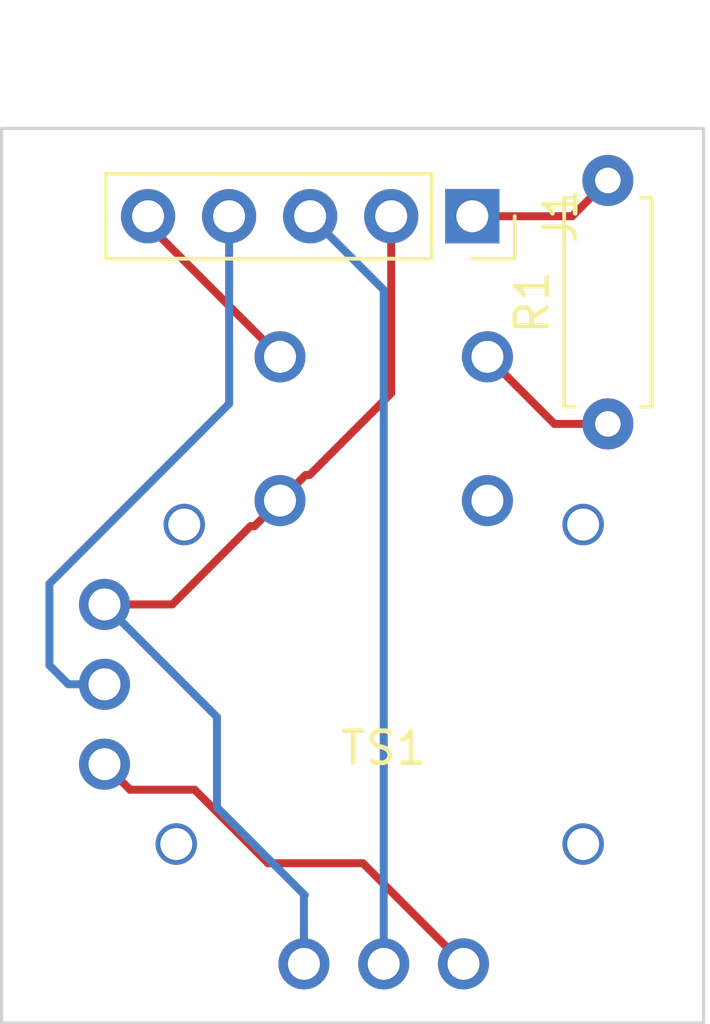
<source format=kicad_pcb>
(kicad_pcb (version 20171130) (host pcbnew 5.0.0)

  (general
    (thickness 1.6)
    (drawings 4)
    (tracks 32)
    (zones 0)
    (modules 3)
    (nets 9)
  )

  (page A4)
  (layers
    (0 F.Cu signal)
    (31 B.Cu signal)
    (32 B.Adhes user hide)
    (33 F.Adhes user hide)
    (34 B.Paste user hide)
    (35 F.Paste user hide)
    (36 B.SilkS user hide)
    (37 F.SilkS user hide)
    (38 B.Mask user hide)
    (39 F.Mask user hide)
    (40 Dwgs.User user)
    (41 Cmts.User user hide)
    (42 Eco1.User user hide)
    (43 Eco2.User user hide)
    (44 Edge.Cuts user)
    (45 Margin user hide)
    (46 B.CrtYd user hide)
    (47 F.CrtYd user)
    (48 B.Fab user)
    (49 F.Fab user)
  )

  (setup
    (last_trace_width 0.25)
    (trace_clearance 0.2)
    (zone_clearance 0.508)
    (zone_45_only no)
    (trace_min 0.2)
    (segment_width 0.2)
    (edge_width 0.1)
    (via_size 0.6)
    (via_drill 0.4)
    (via_min_size 0.4)
    (via_min_drill 0.3)
    (uvia_size 0.3)
    (uvia_drill 0.1)
    (uvias_allowed no)
    (uvia_min_size 0.2)
    (uvia_min_drill 0.1)
    (pcb_text_width 0.3)
    (pcb_text_size 1.5 1.5)
    (mod_edge_width 0.15)
    (mod_text_size 1 1)
    (mod_text_width 0.15)
    (pad_size 1.1 1.1)
    (pad_drill 1.1)
    (pad_to_mask_clearance 0)
    (aux_axis_origin 0 0)
    (visible_elements FFFEFF7F)
    (pcbplotparams
      (layerselection 0x00130_80000001)
      (usegerberextensions true)
      (usegerberattributes false)
      (usegerberadvancedattributes false)
      (creategerberjobfile false)
      (excludeedgelayer true)
      (linewidth 0.100000)
      (plotframeref false)
      (viasonmask false)
      (mode 1)
      (useauxorigin false)
      (hpglpennumber 1)
      (hpglpenspeed 20)
      (hpglpendiameter 15.000000)
      (psnegative false)
      (psa4output false)
      (plotreference true)
      (plotvalue false)
      (plotinvisibletext false)
      (padsonsilk false)
      (subtractmaskfromsilk false)
      (outputformat 1)
      (mirror false)
      (drillshape 0)
      (scaleselection 1)
      (outputdirectory "/home/sam/src/robocock/cad/"))
  )

  (net 0 "")
  (net 1 "Net-(J1-Pad1)")
  (net 2 /V)
  (net 3 /X)
  (net 4 /Y)
  (net 5 /S)
  (net 6 /RG)
  (net 7 "Net-(TS1-PadJ4)")
  (net 8 /G)

  (net_class Default "This is the default net class."
    (clearance 0.2)
    (trace_width 0.25)
    (via_dia 0.6)
    (via_drill 0.4)
    (uvia_dia 0.3)
    (uvia_drill 0.1)
    (add_net /G)
    (add_net /RG)
    (add_net /S)
    (add_net /V)
    (add_net /X)
    (add_net /Y)
    (add_net "Net-(J1-Pad1)")
    (add_net "Net-(TS1-PadJ4)")
  )

  (module joystick:joystick (layer F.Cu) (tedit 5B787111) (tstamp 5B7E8E43)
    (at 131.475001 119.900001)
    (path /5B79096D)
    (fp_text reference TS1 (at 0 2) (layer F.SilkS)
      (effects (font (size 1 1) (thickness 0.15)))
    )
    (fp_text value thumbstick (at 0 1) (layer F.Fab)
      (effects (font (size 1 1) (thickness 0.15)))
    )
    (fp_line (start 4.5075 6.065) (end 4.5075 6.115) (layer Dwgs.User) (width 0.1))
    (fp_line (start 4.5075 6.115) (end 4.5075 6.165) (layer Dwgs.User) (width 0.1))
    (fp_line (start 4.5075 6.165) (end 4.5075 6.215) (layer Dwgs.User) (width 0.1))
    (fp_line (start 4.5075 6.215) (end 4.5075 6.265) (layer Dwgs.User) (width 0.1))
    (fp_line (start 4.5075 6.265) (end 4.5075 6.315) (layer Dwgs.User) (width 0.1))
    (fp_line (start 4.5075 6.315) (end 4.5075 6.365) (layer Dwgs.User) (width 0.1))
    (fp_line (start 4.5075 6.365) (end 4.5075 6.415) (layer Dwgs.User) (width 0.1))
    (fp_line (start 4.5075 6.415) (end 4.5075 6.465) (layer Dwgs.User) (width 0.1))
    (fp_line (start 4.5075 6.465) (end 4.5075 6.515) (layer Dwgs.User) (width 0.1))
    (fp_line (start 4.5075 6.515) (end 4.5075 6.565) (layer Dwgs.User) (width 0.1))
    (fp_line (start 4.5075 6.565) (end 4.5075 6.574902) (layer Dwgs.User) (width 0.1))
    (fp_line (start 5.7 6.575) (end 5.7 6.525) (layer Dwgs.User) (width 0.1))
    (fp_line (start 5.7 6.525) (end 5.7 6.475) (layer Dwgs.User) (width 0.1))
    (fp_line (start 5.7 6.475) (end 5.7 6.425) (layer Dwgs.User) (width 0.1))
    (fp_line (start 5.7 6.425) (end 5.7 6.375) (layer Dwgs.User) (width 0.1))
    (fp_line (start 5.7 6.375) (end 5.7 6.325) (layer Dwgs.User) (width 0.1))
    (fp_line (start 5.7 6.325) (end 5.7 6.275) (layer Dwgs.User) (width 0.1))
    (fp_line (start 5.7 6.275) (end 5.7 6.225) (layer Dwgs.User) (width 0.1))
    (fp_line (start 5.7 6.225) (end 5.7 6.175) (layer Dwgs.User) (width 0.1))
    (fp_line (start 5.7 6.175) (end 5.7 6.125) (layer Dwgs.User) (width 0.1))
    (fp_line (start 5.7 6.125) (end 5.7 6.075) (layer Dwgs.User) (width 0.1))
    (fp_line (start 5.7 6.075) (end 5.7 6.065) (layer Dwgs.User) (width 0.1))
    (fp_line (start -4.5075 6.574902) (end -4.5075 6.524902) (layer Dwgs.User) (width 0.1))
    (fp_line (start -4.5075 6.524902) (end -4.5075 6.474902) (layer Dwgs.User) (width 0.1))
    (fp_line (start -4.5075 6.474902) (end -4.5075 6.424902) (layer Dwgs.User) (width 0.1))
    (fp_line (start -4.5075 6.424902) (end -4.5075 6.374902) (layer Dwgs.User) (width 0.1))
    (fp_line (start -4.5075 6.374902) (end -4.5075 6.324902) (layer Dwgs.User) (width 0.1))
    (fp_line (start -4.5075 6.324902) (end -4.5075 6.274902) (layer Dwgs.User) (width 0.1))
    (fp_line (start -4.5075 6.274902) (end -4.5075 6.224902) (layer Dwgs.User) (width 0.1))
    (fp_line (start -4.5075 6.224902) (end -4.5075 6.174902) (layer Dwgs.User) (width 0.1))
    (fp_line (start -4.5075 6.174902) (end -4.5075 6.124902) (layer Dwgs.User) (width 0.1))
    (fp_line (start -4.5075 6.124902) (end -4.5075 6.074902) (layer Dwgs.User) (width 0.1))
    (fp_line (start -4.5075 6.074902) (end -4.5075 6.065) (layer Dwgs.User) (width 0.1))
    (fp_line (start -5.7 6.065) (end -5.7 6.115) (layer Dwgs.User) (width 0.1))
    (fp_line (start -5.7 6.115) (end -5.7 6.165) (layer Dwgs.User) (width 0.1))
    (fp_line (start -5.7 6.165) (end -5.7 6.215) (layer Dwgs.User) (width 0.1))
    (fp_line (start -5.7 6.215) (end -5.7 6.265) (layer Dwgs.User) (width 0.1))
    (fp_line (start -5.7 6.265) (end -5.7 6.315) (layer Dwgs.User) (width 0.1))
    (fp_line (start -5.7 6.315) (end -5.7 6.365) (layer Dwgs.User) (width 0.1))
    (fp_line (start -5.7 6.365) (end -5.7 6.415) (layer Dwgs.User) (width 0.1))
    (fp_line (start -5.7 6.415) (end -5.7 6.465) (layer Dwgs.User) (width 0.1))
    (fp_line (start -5.7 6.465) (end -5.7 6.515) (layer Dwgs.User) (width 0.1))
    (fp_line (start -5.7 6.515) (end -5.7 6.565) (layer Dwgs.User) (width 0.1))
    (fp_line (start -5.7 6.565) (end -5.7 6.575) (layer Dwgs.User) (width 0.1))
    (fp_line (start -5.7 -6.575) (end -5.7 -6.525) (layer Dwgs.User) (width 0.1))
    (fp_line (start -5.7 -6.525) (end -5.7 -6.475) (layer Dwgs.User) (width 0.1))
    (fp_line (start -5.7 -6.475) (end -5.7 -6.425) (layer Dwgs.User) (width 0.1))
    (fp_line (start -5.7 -6.425) (end -5.7 -6.375) (layer Dwgs.User) (width 0.1))
    (fp_line (start -5.7 -6.375) (end -5.7 -6.325) (layer Dwgs.User) (width 0.1))
    (fp_line (start -5.7 -6.325) (end -5.7 -6.275) (layer Dwgs.User) (width 0.1))
    (fp_line (start -5.7 -6.275) (end -5.7 -6.225) (layer Dwgs.User) (width 0.1))
    (fp_line (start -5.7 -6.225) (end -5.7 -6.175) (layer Dwgs.User) (width 0.1))
    (fp_line (start -5.7 -6.175) (end -5.7 -6.125) (layer Dwgs.User) (width 0.1))
    (fp_line (start -5.7 -6.125) (end -5.7 -6.075) (layer Dwgs.User) (width 0.1))
    (fp_line (start -5.7 -6.075) (end -5.7 -6.065) (layer Dwgs.User) (width 0.1))
    (fp_line (start -4.5075 -6.065) (end -4.5075 -6.115) (layer Dwgs.User) (width 0.1))
    (fp_line (start -4.5075 -6.115) (end -4.5075 -6.165) (layer Dwgs.User) (width 0.1))
    (fp_line (start -4.5075 -6.165) (end -4.5075 -6.215) (layer Dwgs.User) (width 0.1))
    (fp_line (start -4.5075 -6.215) (end -4.5075 -6.265) (layer Dwgs.User) (width 0.1))
    (fp_line (start -4.5075 -6.265) (end -4.5075 -6.315) (layer Dwgs.User) (width 0.1))
    (fp_line (start -4.5075 -6.315) (end -4.5075 -6.365) (layer Dwgs.User) (width 0.1))
    (fp_line (start -4.5075 -6.365) (end -4.5075 -6.415) (layer Dwgs.User) (width 0.1))
    (fp_line (start -4.5075 -6.415) (end -4.5075 -6.465) (layer Dwgs.User) (width 0.1))
    (fp_line (start -4.5075 -6.465) (end -4.5075 -6.515) (layer Dwgs.User) (width 0.1))
    (fp_line (start -4.5075 -6.515) (end -4.5075 -6.565) (layer Dwgs.User) (width 0.1))
    (fp_line (start -4.5075 -6.565) (end -4.5075 -6.575) (layer Dwgs.User) (width 0.1))
    (fp_line (start 4.5075 -6.575) (end 4.5075 -6.525) (layer Dwgs.User) (width 0.1))
    (fp_line (start 4.5075 -6.525) (end 4.5075 -6.475) (layer Dwgs.User) (width 0.1))
    (fp_line (start 4.5075 -6.475) (end 4.5075 -6.425) (layer Dwgs.User) (width 0.1))
    (fp_line (start 4.5075 -6.425) (end 4.5075 -6.375) (layer Dwgs.User) (width 0.1))
    (fp_line (start 4.5075 -6.375) (end 4.5075 -6.325) (layer Dwgs.User) (width 0.1))
    (fp_line (start 4.5075 -6.325) (end 4.5075 -6.275) (layer Dwgs.User) (width 0.1))
    (fp_line (start 4.5075 -6.275) (end 4.5075 -6.225) (layer Dwgs.User) (width 0.1))
    (fp_line (start 4.5075 -6.225) (end 4.5075 -6.175) (layer Dwgs.User) (width 0.1))
    (fp_line (start 4.5075 -6.175) (end 4.5075 -6.125) (layer Dwgs.User) (width 0.1))
    (fp_line (start 4.5075 -6.125) (end 4.5075 -6.075) (layer Dwgs.User) (width 0.1))
    (fp_line (start 4.5075 -6.075) (end 4.5075 -6.065) (layer Dwgs.User) (width 0.1))
    (fp_line (start 5.7 -6.065) (end 5.7 -6.115) (layer Dwgs.User) (width 0.1))
    (fp_line (start 5.7 -6.115) (end 5.7 -6.165) (layer Dwgs.User) (width 0.1))
    (fp_line (start 5.7 -6.165) (end 5.7 -6.215) (layer Dwgs.User) (width 0.1))
    (fp_line (start 5.7 -6.215) (end 5.7 -6.265) (layer Dwgs.User) (width 0.1))
    (fp_line (start 5.7 -6.265) (end 5.7 -6.315) (layer Dwgs.User) (width 0.1))
    (fp_line (start 5.7 -6.315) (end 5.7 -6.365) (layer Dwgs.User) (width 0.1))
    (fp_line (start 5.7 -6.365) (end 5.7 -6.415) (layer Dwgs.User) (width 0.1))
    (fp_line (start 5.7 -6.415) (end 5.7 -6.465) (layer Dwgs.User) (width 0.1))
    (fp_line (start 5.7 -6.465) (end 5.7 -6.515) (layer Dwgs.User) (width 0.1))
    (fp_line (start 5.7 -6.515) (end 5.7 -6.565) (layer Dwgs.User) (width 0.1))
    (fp_line (start 5.7 -6.565) (end 5.7 -6.575) (layer Dwgs.User) (width 0.1))
    (fp_line (start -3.143188 -10.442383) (end -3.1472 -10.392565) (layer Dwgs.User) (width 0.1))
    (fp_line (start -3.1472 -10.392565) (end -3.148935 -10.342596) (layer Dwgs.User) (width 0.1))
    (fp_line (start -3.148935 -10.342596) (end -3.149785 -10.292604) (layer Dwgs.User) (width 0.1))
    (fp_line (start -3.149785 -10.292604) (end -3.149994 -10.242605) (layer Dwgs.User) (width 0.1))
    (fp_line (start -3.149994 -10.242605) (end -3.149606 -10.192606) (layer Dwgs.User) (width 0.1))
    (fp_line (start -3.149606 -10.192606) (end -3.148534 -10.142618) (layer Dwgs.User) (width 0.1))
    (fp_line (start -3.148534 -10.142618) (end -3.146413 -10.092665) (layer Dwgs.User) (width 0.1))
    (fp_line (start -3.146413 -10.092665) (end -3.143188 -10.057617) (layer Dwgs.User) (width 0.1))
    (fp_line (start -3.343188 -10.057617) (end -3.3472 -10.107435) (layer Dwgs.User) (width 0.1))
    (fp_line (start -3.3472 -10.107435) (end -3.348935 -10.157404) (layer Dwgs.User) (width 0.1))
    (fp_line (start -3.348935 -10.157404) (end -3.349785 -10.207396) (layer Dwgs.User) (width 0.1))
    (fp_line (start -3.349785 -10.207396) (end -3.349994 -10.257395) (layer Dwgs.User) (width 0.1))
    (fp_line (start -3.349994 -10.257395) (end -3.349606 -10.307394) (layer Dwgs.User) (width 0.1))
    (fp_line (start -3.349606 -10.307394) (end -3.348534 -10.357382) (layer Dwgs.User) (width 0.1))
    (fp_line (start -3.348534 -10.357382) (end -3.346413 -10.407335) (layer Dwgs.User) (width 0.1))
    (fp_line (start -3.346413 -10.407335) (end -3.343188 -10.442383) (layer Dwgs.User) (width 0.1))
    (fp_line (start 3.343188 -10.442383) (end 3.3472 -10.392565) (layer Dwgs.User) (width 0.1))
    (fp_line (start 3.3472 -10.392565) (end 3.348935 -10.342596) (layer Dwgs.User) (width 0.1))
    (fp_line (start 3.348935 -10.342596) (end 3.349785 -10.292604) (layer Dwgs.User) (width 0.1))
    (fp_line (start 3.349785 -10.292604) (end 3.349994 -10.242605) (layer Dwgs.User) (width 0.1))
    (fp_line (start 3.349994 -10.242605) (end 3.349606 -10.192606) (layer Dwgs.User) (width 0.1))
    (fp_line (start 3.349606 -10.192606) (end 3.348534 -10.142618) (layer Dwgs.User) (width 0.1))
    (fp_line (start 3.348534 -10.142618) (end 3.346413 -10.092665) (layer Dwgs.User) (width 0.1))
    (fp_line (start 3.346413 -10.092665) (end 3.343188 -10.057617) (layer Dwgs.User) (width 0.1))
    (fp_line (start 3.143188 -10.057617) (end 3.1472 -10.107435) (layer Dwgs.User) (width 0.1))
    (fp_line (start 3.1472 -10.107435) (end 3.148935 -10.157404) (layer Dwgs.User) (width 0.1))
    (fp_line (start 3.148935 -10.157404) (end 3.149785 -10.207396) (layer Dwgs.User) (width 0.1))
    (fp_line (start 3.149785 -10.207396) (end 3.149994 -10.257395) (layer Dwgs.User) (width 0.1))
    (fp_line (start 3.149994 -10.257395) (end 3.149606 -10.307394) (layer Dwgs.User) (width 0.1))
    (fp_line (start 3.149606 -10.307394) (end 3.148534 -10.357382) (layer Dwgs.User) (width 0.1))
    (fp_line (start 3.148534 -10.357382) (end 3.146413 -10.407335) (layer Dwgs.User) (width 0.1))
    (fp_line (start 3.146413 -10.407335) (end 3.143188 -10.442383) (layer Dwgs.User) (width 0.1))
    (fp_line (start 3.143188 -5.557617) (end 3.1472 -5.607435) (layer Dwgs.User) (width 0.1))
    (fp_line (start 3.1472 -5.607435) (end 3.148935 -5.657404) (layer Dwgs.User) (width 0.1))
    (fp_line (start 3.148935 -5.657404) (end 3.149785 -5.707396) (layer Dwgs.User) (width 0.1))
    (fp_line (start 3.149785 -5.707396) (end 3.149994 -5.757395) (layer Dwgs.User) (width 0.1))
    (fp_line (start 3.149994 -5.757395) (end 3.149606 -5.807394) (layer Dwgs.User) (width 0.1))
    (fp_line (start 3.149606 -5.807394) (end 3.148534 -5.857382) (layer Dwgs.User) (width 0.1))
    (fp_line (start 3.148534 -5.857382) (end 3.146413 -5.907335) (layer Dwgs.User) (width 0.1))
    (fp_line (start 3.146413 -5.907335) (end 3.143188 -5.942383) (layer Dwgs.User) (width 0.1))
    (fp_line (start 3.343188 -5.942383) (end 3.3472 -5.892565) (layer Dwgs.User) (width 0.1))
    (fp_line (start 3.3472 -5.892565) (end 3.348935 -5.842596) (layer Dwgs.User) (width 0.1))
    (fp_line (start 3.348935 -5.842596) (end 3.349785 -5.792604) (layer Dwgs.User) (width 0.1))
    (fp_line (start 3.349785 -5.792604) (end 3.349994 -5.742605) (layer Dwgs.User) (width 0.1))
    (fp_line (start 3.349994 -5.742605) (end 3.349606 -5.692606) (layer Dwgs.User) (width 0.1))
    (fp_line (start 3.349606 -5.692606) (end 3.348534 -5.642618) (layer Dwgs.User) (width 0.1))
    (fp_line (start 3.348534 -5.642618) (end 3.346413 -5.592665) (layer Dwgs.User) (width 0.1))
    (fp_line (start 3.346413 -5.592665) (end 3.343188 -5.557617) (layer Dwgs.User) (width 0.1))
    (fp_line (start -3.343188 -5.557617) (end -3.3472 -5.607435) (layer Dwgs.User) (width 0.1))
    (fp_line (start -3.3472 -5.607435) (end -3.348935 -5.657404) (layer Dwgs.User) (width 0.1))
    (fp_line (start -3.348935 -5.657404) (end -3.349785 -5.707396) (layer Dwgs.User) (width 0.1))
    (fp_line (start -3.349785 -5.707396) (end -3.349994 -5.757395) (layer Dwgs.User) (width 0.1))
    (fp_line (start -3.349994 -5.757395) (end -3.349606 -5.807394) (layer Dwgs.User) (width 0.1))
    (fp_line (start -3.349606 -5.807394) (end -3.348534 -5.857382) (layer Dwgs.User) (width 0.1))
    (fp_line (start -3.348534 -5.857382) (end -3.346413 -5.907335) (layer Dwgs.User) (width 0.1))
    (fp_line (start -3.346413 -5.907335) (end -3.343188 -5.942383) (layer Dwgs.User) (width 0.1))
    (fp_line (start -3.143188 -5.942383) (end -3.1472 -5.892565) (layer Dwgs.User) (width 0.1))
    (fp_line (start -3.1472 -5.892565) (end -3.148935 -5.842596) (layer Dwgs.User) (width 0.1))
    (fp_line (start -3.148935 -5.842596) (end -3.149785 -5.792604) (layer Dwgs.User) (width 0.1))
    (fp_line (start -3.149785 -5.792604) (end -3.149994 -5.742605) (layer Dwgs.User) (width 0.1))
    (fp_line (start -3.149994 -5.742605) (end -3.149606 -5.692606) (layer Dwgs.User) (width 0.1))
    (fp_line (start -3.149606 -5.692606) (end -3.148534 -5.642618) (layer Dwgs.User) (width 0.1))
    (fp_line (start -3.148534 -5.642618) (end -3.146413 -5.592665) (layer Dwgs.User) (width 0.1))
    (fp_line (start -3.146413 -5.592665) (end -3.143188 -5.557617) (layer Dwgs.User) (width 0.1))
    (fp_line (start -9.4 1.005385) (end -9.4 1.055385) (layer Dwgs.User) (width 0.1))
    (fp_line (start -9.4 1.055385) (end -9.4 1.105385) (layer Dwgs.User) (width 0.1))
    (fp_line (start -9.4 1.105385) (end -9.4 1.155385) (layer Dwgs.User) (width 0.1))
    (fp_line (start -9.4 1.155385) (end -9.4 1.205385) (layer Dwgs.User) (width 0.1))
    (fp_line (start -9.4 1.205385) (end -9.4 1.255385) (layer Dwgs.User) (width 0.1))
    (fp_line (start -9.4 1.255385) (end -9.4 1.305385) (layer Dwgs.User) (width 0.1))
    (fp_line (start -9.4 1.305385) (end -9.4 1.355385) (layer Dwgs.User) (width 0.1))
    (fp_line (start -9.4 1.355385) (end -9.4 1.405385) (layer Dwgs.User) (width 0.1))
    (fp_line (start -9.4 1.405385) (end -9.4 1.455385) (layer Dwgs.User) (width 0.1))
    (fp_line (start -9.4 1.455385) (end -9.4 1.505385) (layer Dwgs.User) (width 0.1))
    (fp_line (start -9.4 1.505385) (end -9.4 1.555385) (layer Dwgs.User) (width 0.1))
    (fp_line (start -9.4 1.555385) (end -9.4 1.605385) (layer Dwgs.User) (width 0.1))
    (fp_line (start -9.4 1.605385) (end -9.4 1.655385) (layer Dwgs.User) (width 0.1))
    (fp_line (start -9.4 1.655385) (end -9.4 1.705385) (layer Dwgs.User) (width 0.1))
    (fp_line (start -9.4 1.705385) (end -9.4 1.755385) (layer Dwgs.User) (width 0.1))
    (fp_line (start -9.4 1.755385) (end -9.4 1.773013) (layer Dwgs.User) (width 0.1))
    (fp_line (start -9.375 0.998686) (end -9.4 1.005385) (layer Dwgs.User) (width 0.1))
    (fp_line (start -9.675 0.5) (end -9.625 0.5) (layer Dwgs.User) (width 0.1))
    (fp_line (start -9.625 0.5) (end -9.624614 0.5) (layer Dwgs.User) (width 0.1))
    (fp_line (start -9.624614 -0.5) (end -9.674614 -0.5) (layer Dwgs.User) (width 0.1))
    (fp_line (start -9.674614 -0.5) (end -9.675 -0.5) (layer Dwgs.User) (width 0.1))
    (fp_line (start -9.4 -1.005385) (end -9.375 -0.998686) (layer Dwgs.User) (width 0.1))
    (fp_line (start -9.4 -1.773013) (end -9.4 -1.723013) (layer Dwgs.User) (width 0.1))
    (fp_line (start -9.4 -1.723013) (end -9.4 -1.673013) (layer Dwgs.User) (width 0.1))
    (fp_line (start -9.4 -1.673013) (end -9.4 -1.623013) (layer Dwgs.User) (width 0.1))
    (fp_line (start -9.4 -1.623013) (end -9.4 -1.573013) (layer Dwgs.User) (width 0.1))
    (fp_line (start -9.4 -1.573013) (end -9.4 -1.523013) (layer Dwgs.User) (width 0.1))
    (fp_line (start -9.4 -1.523013) (end -9.4 -1.473013) (layer Dwgs.User) (width 0.1))
    (fp_line (start -9.4 -1.473013) (end -9.4 -1.423013) (layer Dwgs.User) (width 0.1))
    (fp_line (start -9.4 -1.423013) (end -9.4 -1.373013) (layer Dwgs.User) (width 0.1))
    (fp_line (start -9.4 -1.373013) (end -9.4 -1.323013) (layer Dwgs.User) (width 0.1))
    (fp_line (start -9.4 -1.323013) (end -9.4 -1.273013) (layer Dwgs.User) (width 0.1))
    (fp_line (start -9.4 -1.273013) (end -9.4 -1.223013) (layer Dwgs.User) (width 0.1))
    (fp_line (start -9.4 -1.223013) (end -9.4 -1.173013) (layer Dwgs.User) (width 0.1))
    (fp_line (start -9.4 -1.173013) (end -9.4 -1.123013) (layer Dwgs.User) (width 0.1))
    (fp_line (start -9.4 -1.123013) (end -9.4 -1.073013) (layer Dwgs.User) (width 0.1))
    (fp_line (start -9.4 -1.073013) (end -9.4 -1.023013) (layer Dwgs.User) (width 0.1))
    (fp_line (start -9.4 -1.023013) (end -9.4 -1.005385) (layer Dwgs.User) (width 0.1))
    (fp_line (start -9.4 -0.51) (end -9.4 -0.5) (layer Dwgs.User) (width 0.1))
    (fp_line (start 1.005385 9.4) (end 1.055385 9.4) (layer Dwgs.User) (width 0.1))
    (fp_line (start 1.055385 9.4) (end 1.105385 9.4) (layer Dwgs.User) (width 0.1))
    (fp_line (start 1.105385 9.4) (end 1.155385 9.4) (layer Dwgs.User) (width 0.1))
    (fp_line (start 1.155385 9.4) (end 1.205385 9.4) (layer Dwgs.User) (width 0.1))
    (fp_line (start 1.205385 9.4) (end 1.255385 9.4) (layer Dwgs.User) (width 0.1))
    (fp_line (start 1.255385 9.4) (end 1.305385 9.4) (layer Dwgs.User) (width 0.1))
    (fp_line (start 1.305385 9.4) (end 1.355385 9.4) (layer Dwgs.User) (width 0.1))
    (fp_line (start 1.355385 9.4) (end 1.405385 9.4) (layer Dwgs.User) (width 0.1))
    (fp_line (start 1.405385 9.4) (end 1.455385 9.4) (layer Dwgs.User) (width 0.1))
    (fp_line (start 1.455385 9.4) (end 1.505385 9.4) (layer Dwgs.User) (width 0.1))
    (fp_line (start 1.505385 9.4) (end 1.555385 9.4) (layer Dwgs.User) (width 0.1))
    (fp_line (start 1.555385 9.4) (end 1.605385 9.4) (layer Dwgs.User) (width 0.1))
    (fp_line (start 1.605385 9.4) (end 1.655385 9.4) (layer Dwgs.User) (width 0.1))
    (fp_line (start 1.655385 9.4) (end 1.705385 9.4) (layer Dwgs.User) (width 0.1))
    (fp_line (start 1.705385 9.4) (end 1.755385 9.4) (layer Dwgs.User) (width 0.1))
    (fp_line (start 1.755385 9.4) (end 1.773013 9.4) (layer Dwgs.User) (width 0.1))
    (fp_line (start 0.998686 9.375) (end 1.005385 9.4) (layer Dwgs.User) (width 0.1))
    (fp_line (start 0.5 9.675) (end 0.5 9.625) (layer Dwgs.User) (width 0.1))
    (fp_line (start 0.5 9.625) (end 0.5 9.624614) (layer Dwgs.User) (width 0.1))
    (fp_line (start -0.5 9.624614) (end -0.5 9.674614) (layer Dwgs.User) (width 0.1))
    (fp_line (start -0.5 9.674614) (end -0.5 9.675) (layer Dwgs.User) (width 0.1))
    (fp_line (start -0.51 9.4) (end -0.5 9.4) (layer Dwgs.User) (width 0.1))
    (fp_line (start -1.773013 9.4) (end -1.723013 9.4) (layer Dwgs.User) (width 0.1))
    (fp_line (start -1.723013 9.4) (end -1.673013 9.4) (layer Dwgs.User) (width 0.1))
    (fp_line (start -1.673013 9.4) (end -1.623013 9.4) (layer Dwgs.User) (width 0.1))
    (fp_line (start -1.623013 9.4) (end -1.573013 9.4) (layer Dwgs.User) (width 0.1))
    (fp_line (start -1.573013 9.4) (end -1.523013 9.4) (layer Dwgs.User) (width 0.1))
    (fp_line (start -1.523013 9.4) (end -1.473013 9.4) (layer Dwgs.User) (width 0.1))
    (fp_line (start -1.473013 9.4) (end -1.423013 9.4) (layer Dwgs.User) (width 0.1))
    (fp_line (start -1.423013 9.4) (end -1.373013 9.4) (layer Dwgs.User) (width 0.1))
    (fp_line (start -1.373013 9.4) (end -1.323013 9.4) (layer Dwgs.User) (width 0.1))
    (fp_line (start -1.323013 9.4) (end -1.273013 9.4) (layer Dwgs.User) (width 0.1))
    (fp_line (start -1.273013 9.4) (end -1.223013 9.4) (layer Dwgs.User) (width 0.1))
    (fp_line (start -1.223013 9.4) (end -1.173013 9.4) (layer Dwgs.User) (width 0.1))
    (fp_line (start -1.173013 9.4) (end -1.123013 9.4) (layer Dwgs.User) (width 0.1))
    (fp_line (start -1.123013 9.4) (end -1.073013 9.4) (layer Dwgs.User) (width 0.1))
    (fp_line (start -1.073013 9.4) (end -1.023013 9.4) (layer Dwgs.User) (width 0.1))
    (fp_line (start -1.023013 9.4) (end -1.005385 9.4) (layer Dwgs.User) (width 0.1))
    (fp_line (start -1.005385 9.4) (end -0.998686 9.375) (layer Dwgs.User) (width 0.1))
    (fp_line (start -4.5075 6.575) (end -4.55 6.575) (layer Dwgs.User) (width 0.1))
    (fp_line (start -4.3 0.2) (end -4.3 0.25) (layer Dwgs.User) (width 0.1))
    (fp_line (start -4.3 0.25) (end -4.3 0.3) (layer Dwgs.User) (width 0.1))
    (fp_line (start -4.3 -0.2) (end -4.3 -0.25) (layer Dwgs.User) (width 0.1))
    (fp_line (start -4.3 -0.25) (end -4.3 -0.3) (layer Dwgs.User) (width 0.1))
    (fp_line (start 4.3 0.2) (end 4.3 0.25) (layer Dwgs.User) (width 0.1))
    (fp_line (start 4.3 0.25) (end 4.3 0.3) (layer Dwgs.User) (width 0.1))
    (fp_line (start 4.3 -0.2) (end 4.3 -0.25) (layer Dwgs.User) (width 0.1))
    (fp_line (start 4.3 -0.25) (end 4.3 -0.3) (layer Dwgs.User) (width 0.1))
    (fp_arc (start -3.5 -3.5) (end -3.5 -2.7) (angle 180) (layer Dwgs.User) (width 0.1))
    (fp_arc (start -3.5 -3.5) (end -3.5 -2.7) (angle 180) (layer Dwgs.User) (width 0.1))
    (fp_arc (start 0 0) (end 0.4 -0.916515) (angle 156.4218215) (layer Dwgs.User) (width 0.1))
    (fp_arc (start 0 0) (end 0.4 -0.916515) (angle 156.4218215) (layer Dwgs.User) (width 0.1))
    (fp_arc (start 3.5 -3.5) (end 3.5 -2.7) (angle 180) (layer Dwgs.User) (width 0.1))
    (fp_arc (start -3.5 3.5) (end -3.5 4.3) (angle 180) (layer Dwgs.User) (width 0.1))
    (fp_arc (start -3.5 3.5) (end -3.5 4.3) (angle 180) (layer Dwgs.User) (width 0.1))
    (fp_arc (start -4.3 0) (end -4.3 0.75) (angle 180) (layer Dwgs.User) (width 0.1))
    (fp_arc (start 4.3 0) (end 4.3 0.75) (angle 180) (layer Dwgs.User) (width 0.1))
    (fp_arc (start 4.3 0) (end 4.3 0.75) (angle 180) (layer Dwgs.User) (width 0.1))
    (fp_arc (start 3.5 3.5) (end 3.5 4.3) (angle 180) (layer Dwgs.User) (width 0.1))
    (fp_arc (start -4.3 0) (end -4.3 0.55) (angle 180) (layer Dwgs.User) (width 0.1))
    (fp_arc (start 4.3 0) (end 4.3 0.55) (angle 180) (layer Dwgs.User) (width 0.1))
    (fp_arc (start -4.3 0) (end -4.3 -0.3) (angle 180) (layer Dwgs.User) (width 0.1))
    (fp_arc (start 4.3 0) (end 4.3 -0.3) (angle 180) (layer Dwgs.User) (width 0.1))
    (fp_arc (start -4.3 0) (end -4.3 -0.3) (angle 180) (layer Dwgs.User) (width 0.1))
    (fp_line (start -6.575 4.5075) (end -6.575 3.5) (layer Dwgs.User) (width 0.1))
    (fp_line (start -6.075 4.5075) (end -6.575 4.5075) (layer Dwgs.User) (width 0.1))
    (fp_line (start -4.4625 6.0125) (end -4.4625 6.575) (layer Dwgs.User) (width 0.1))
    (fp_line (start -4.5075 6.575) (end -4.5075 6.574902) (layer Dwgs.User) (width 0.1))
    (fp_line (start -5.7 5.063407) (end -5.7 6.065) (layer Dwgs.User) (width 0.1))
    (fp_line (start -6.075 6.075) (end -5.7 6.075) (layer Dwgs.User) (width 0.1))
    (fp_line (start -6.075 5.5) (end -6.075 6.075) (layer Dwgs.User) (width 0.1))
    (fp_line (start -6.075 4.5075) (end -6.075 5.5) (layer Dwgs.User) (width 0.1))
    (fp_line (start -6.575 -3.5) (end -6.575 -4.5075) (layer Dwgs.User) (width 0.1))
    (fp_line (start -6.075 -4.5075) (end -6.575 -4.5075) (layer Dwgs.User) (width 0.1))
    (fp_line (start -6.075 -6.075) (end -6.075 -5.5) (layer Dwgs.User) (width 0.1))
    (fp_line (start -6.075 -6.075) (end -5.7 -6.075) (layer Dwgs.User) (width 0.1))
    (fp_line (start -4.5075 -6.075) (end -4.4625 -6.075) (layer Dwgs.User) (width 0.1))
    (fp_line (start 4.5075 6.575) (end 4.725 6.575) (layer Dwgs.User) (width 0.1))
    (fp_line (start 4.725 6.575) (end 4.4625 6.575) (layer Dwgs.User) (width 0.1))
    (fp_line (start -4.4625 6.575) (end -4.725 6.575) (layer Dwgs.User) (width 0.1))
    (fp_line (start -4.5075 6.575) (end -4.725 6.575) (layer Dwgs.User) (width 0.1))
    (fp_line (start 6.575 6.575) (end 6.575 5.5) (layer Dwgs.User) (width 0.1))
    (fp_line (start 6.525 6.575) (end 6.575 6.575) (layer Dwgs.User) (width 0.1))
    (fp_line (start 6.525 6.075) (end 6.525 6.575) (layer Dwgs.User) (width 0.1))
    (fp_line (start 4.4625 6.575) (end 4.4625 6.0125) (layer Dwgs.User) (width 0.1))
    (fp_line (start 4.4625 6.0125) (end 4.4625 4.2625) (layer Dwgs.User) (width 0.1))
    (fp_line (start 4.5075 5.063407) (end 4.5075 6.065) (layer Dwgs.User) (width 0.1))
    (fp_line (start 5.7 6.065) (end 5.7 5.063407) (layer Dwgs.User) (width 0.1))
    (fp_line (start 5.7 6.065) (end 5.7 5.063407) (layer Dwgs.User) (width 0.1))
    (fp_line (start 6.525 6.075) (end 6.075 6.075) (layer Dwgs.User) (width 0.1))
    (fp_line (start -6.575 6.575) (end -6.525 6.575) (layer Dwgs.User) (width 0.1))
    (fp_line (start -6.575 5.5) (end -6.575 6.575) (layer Dwgs.User) (width 0.1))
    (fp_line (start -4.5075 6.065) (end -4.5075 5.063407) (layer Dwgs.User) (width 0.1))
    (fp_line (start -4.4625 4.2625) (end -4.4625 6.0125) (layer Dwgs.User) (width 0.1))
    (fp_line (start -4.4625 6.0125) (end -4.4625 6.575) (layer Dwgs.User) (width 0.1))
    (fp_line (start -5.7 5.063407) (end -5.7 6.065) (layer Dwgs.User) (width 0.1))
    (fp_line (start -6.075 6.075) (end -6.525 6.075) (layer Dwgs.User) (width 0.1))
    (fp_line (start -6.575 -5.5) (end -6.075 -5.5) (layer Dwgs.User) (width 0.1))
    (fp_line (start -6.575 -6.575) (end -6.575 -5.5) (layer Dwgs.User) (width 0.1))
    (fp_line (start -6.525 -6.575) (end -6.575 -6.575) (layer Dwgs.User) (width 0.1))
    (fp_line (start -6.525 -6.075) (end -6.075 -6.075) (layer Dwgs.User) (width 0.1))
    (fp_line (start -5.7 -6.065) (end -5.7 -5.063407) (layer Dwgs.User) (width 0.1))
    (fp_line (start -4.5075 -5.063407) (end -4.5075 -6.065) (layer Dwgs.User) (width 0.1))
    (fp_line (start -4.4625 -4.2625) (end -4.4625 -10.8) (layer Dwgs.User) (width 0.1))
    (fp_line (start 6.525 -6.075) (end 6.525 -6.575) (layer Dwgs.User) (width 0.1))
    (fp_line (start 6.575 -6.575) (end 6.525 -6.575) (layer Dwgs.User) (width 0.1))
    (fp_line (start 6.575 -5.5) (end 6.575 -6.575) (layer Dwgs.User) (width 0.1))
    (fp_line (start 6.075 -6.075) (end 6.525 -6.075) (layer Dwgs.User) (width 0.1))
    (fp_line (start 4.4625 -10.8) (end 4.4625 -4.2625) (layer Dwgs.User) (width 0.1))
    (fp_line (start 4.5075 -6.065) (end 4.5075 -5.063407) (layer Dwgs.User) (width 0.1))
    (fp_line (start 4.5075 -6.065) (end 4.5075 -5.063407) (layer Dwgs.User) (width 0.1))
    (fp_line (start 5.7 -5.063407) (end 5.7 -6.065) (layer Dwgs.User) (width 0.1))
    (fp_line (start 6.075 -2.4625) (end 6.575 -2.4625) (layer Dwgs.User) (width 0.1))
    (fp_line (start 6.575 2.4625) (end 6.075 2.4625) (layer Dwgs.User) (width 0.1))
    (fp_line (start 6.075 -4.0625) (end 6.075 -4.5075) (layer Dwgs.User) (width 0.1))
    (fp_line (start 6.075 -5.2) (end 6.075 -5.5) (layer Dwgs.User) (width 0.1))
    (fp_line (start 6.075 -5.2) (end 6.075 -4.8075) (layer Dwgs.User) (width 0.1))
    (fp_line (start 6.075 -4.5075) (end 6.075 -4.8075) (layer Dwgs.User) (width 0.1))
    (fp_line (start 6.075 -4.5075) (end 6.075 -4.0625) (layer Dwgs.User) (width 0.1))
    (fp_line (start 6.075 5.2) (end 6.075 4.8075) (layer Dwgs.User) (width 0.1))
    (fp_line (start 6.075 4.0625) (end 6.075 4.5075) (layer Dwgs.User) (width 0.1))
    (fp_line (start 6.075 4.8075) (end 6.075 4.5075) (layer Dwgs.User) (width 0.1))
    (fp_line (start 6.075 4.8075) (end 6.075 5.2) (layer Dwgs.User) (width 0.1))
    (fp_line (start 6.075 5.5) (end 6.075 5.2) (layer Dwgs.User) (width 0.1))
    (fp_line (start -6.075 5.2) (end -6.075 5.5) (layer Dwgs.User) (width 0.1))
    (fp_line (start -6.075 4.8075) (end -6.075 5.2) (layer Dwgs.User) (width 0.1))
    (fp_line (start -6.075 4.5075) (end -6.075 4.8075) (layer Dwgs.User) (width 0.1))
    (fp_line (start -6.075 -4.8075) (end -6.075 -4.5075) (layer Dwgs.User) (width 0.1))
    (fp_line (start -6.075 -5.2) (end -6.075 -4.8075) (layer Dwgs.User) (width 0.1))
    (fp_line (start -6.075 -5.5) (end -6.075 -5.2) (layer Dwgs.User) (width 0.1))
    (fp_line (start -8.975 4.725) (end -6.575 4.725) (layer Dwgs.User) (width 0.1))
    (fp_line (start -6.575 -4.725) (end -8.975 -4.725) (layer Dwgs.User) (width 0.1))
    (fp_line (start -4.5075 -6.575) (end -4.4625 -6.575) (layer Dwgs.User) (width 0.1))
    (fp_line (start -5.7 -6.575) (end -4.5075 -6.575) (layer Dwgs.User) (width 0.1))
    (fp_line (start -5.925 -6.575) (end -5.7 -6.575) (layer Dwgs.User) (width 0.1))
    (fp_line (start -6.525 -6.575) (end -5.925 -6.575) (layer Dwgs.User) (width 0.1))
    (fp_line (start -5.7 -6.575) (end -4.5075 -6.575) (layer Dwgs.User) (width 0.1))
    (fp_line (start 4.4625 -6.575) (end 6.575 -6.575) (layer Dwgs.User) (width 0.1))
    (fp_line (start 5.925 -6.575) (end 6.525 -6.575) (layer Dwgs.User) (width 0.1))
    (fp_line (start 5.7 -6.575) (end 5.925 -6.575) (layer Dwgs.User) (width 0.1))
    (fp_line (start 5.7 -6.575) (end 4.5075 -6.575) (layer Dwgs.User) (width 0.1))
    (fp_line (start 4.4625 -6.575) (end 4.5075 -6.575) (layer Dwgs.User) (width 0.1))
    (fp_line (start -6.575 4.5075) (end -6.575 4.8075) (layer Dwgs.User) (width 0.1))
    (fp_line (start -6.575 4.8075) (end -6.575 5.2) (layer Dwgs.User) (width 0.1))
    (fp_line (start -6.575 5.2) (end -6.575 5.5) (layer Dwgs.User) (width 0.1))
    (fp_line (start -6.575 -4.5075) (end -6.575 -4.725) (layer Dwgs.User) (width 0.1))
    (fp_line (start -6.575 -5.5) (end -6.575 -4.725) (layer Dwgs.User) (width 0.1))
    (fp_line (start -6.575 -5.5) (end -6.575 -5.2) (layer Dwgs.User) (width 0.1))
    (fp_line (start -6.575 -5.2) (end -6.575 -4.8075) (layer Dwgs.User) (width 0.1))
    (fp_line (start -6.575 -4.8075) (end -6.575 -4.5075) (layer Dwgs.User) (width 0.1))
    (fp_line (start 4.725 6.575) (end 5.7 6.575) (layer Dwgs.User) (width 0.1))
    (fp_line (start 5.925 6.575) (end 5.7 6.575) (layer Dwgs.User) (width 0.1))
    (fp_line (start 6.525 6.575) (end 5.925 6.575) (layer Dwgs.User) (width 0.1))
    (fp_line (start -4.725 6.575) (end -5.7 6.575) (layer Dwgs.User) (width 0.1))
    (fp_line (start -6.575 6.575) (end -6.525 6.575) (layer Dwgs.User) (width 0.1))
    (fp_line (start -5.7 6.575) (end -4.725 6.575) (layer Dwgs.User) (width 0.1))
    (fp_line (start -5.925 6.575) (end -6.525 6.575) (layer Dwgs.User) (width 0.1))
    (fp_line (start -5.7 6.575) (end -5.925 6.575) (layer Dwgs.User) (width 0.1))
    (fp_arc (start -4.3 0) (end -4.3 0.3) (angle 180) (layer Dwgs.User) (width 0.1))
    (fp_arc (start 4.3 0) (end 4.3 0.3) (angle 180) (layer Dwgs.User) (width 0.1))
    (fp_arc (start -4.3 0) (end -4.3 0.3) (angle 180) (layer Dwgs.User) (width 0.1))
    (fp_arc (start 4.3 0) (end 4.3 -0.55) (angle 180) (layer Dwgs.User) (width 0.1))
    (fp_arc (start -4.3 0) (end -4.3 -0.55) (angle 180) (layer Dwgs.User) (width 0.1))
    (fp_line (start -3.117188 -10.6) (end -3.143188 -10.442383) (layer Dwgs.User) (width 0.1))
    (fp_line (start -3.343188 -10.442383) (end -3.317188 -10.6) (layer Dwgs.User) (width 0.1))
    (fp_line (start -3.317188 -10.6) (end -3.117188 -10.6) (layer Dwgs.User) (width 0.1))
    (fp_line (start -3.143188 -10.057617) (end -3.117188 -9.9) (layer Dwgs.User) (width 0.1))
    (fp_line (start -3.317188 -9.9) (end -3.117188 -9.9) (layer Dwgs.User) (width 0.1))
    (fp_line (start -3.317188 -9.9) (end -3.343188 -10.057617) (layer Dwgs.User) (width 0.1))
    (fp_line (start 3.317188 -10.6) (end 3.343188 -10.442383) (layer Dwgs.User) (width 0.1))
    (fp_line (start 3.143188 -10.442383) (end 3.117188 -10.6) (layer Dwgs.User) (width 0.1))
    (fp_line (start 3.317188 -10.6) (end 3.117188 -10.6) (layer Dwgs.User) (width 0.1))
    (fp_line (start 3.343188 -10.057617) (end 3.317188 -9.9) (layer Dwgs.User) (width 0.1))
    (fp_line (start 3.317188 -9.9) (end 3.117188 -9.9) (layer Dwgs.User) (width 0.1))
    (fp_line (start 3.117188 -9.9) (end 3.143188 -10.057617) (layer Dwgs.User) (width 0.1))
    (fp_line (start 3.117188 -5.4) (end 3.143188 -5.557617) (layer Dwgs.User) (width 0.1))
    (fp_line (start 3.343188 -5.557617) (end 3.317188 -5.4) (layer Dwgs.User) (width 0.1))
    (fp_line (start 3.317188 -5.4) (end 3.117188 -5.4) (layer Dwgs.User) (width 0.1))
    (fp_line (start 3.143188 -5.942383) (end 3.117188 -6.1) (layer Dwgs.User) (width 0.1))
    (fp_line (start 3.317188 -6.1) (end 3.117188 -6.1) (layer Dwgs.User) (width 0.1))
    (fp_line (start 3.317188 -6.1) (end 3.343188 -5.942383) (layer Dwgs.User) (width 0.1))
    (fp_line (start -3.317188 -5.4) (end -3.343188 -5.557617) (layer Dwgs.User) (width 0.1))
    (fp_line (start -3.143188 -5.557617) (end -3.117188 -5.4) (layer Dwgs.User) (width 0.1))
    (fp_line (start -3.317188 -5.4) (end -3.117188 -5.4) (layer Dwgs.User) (width 0.1))
    (fp_line (start -3.343188 -5.942383) (end -3.317188 -6.1) (layer Dwgs.User) (width 0.1))
    (fp_line (start -3.317188 -6.1) (end -3.117188 -6.1) (layer Dwgs.User) (width 0.1))
    (fp_line (start -3.117188 -6.1) (end -3.143188 -5.942383) (layer Dwgs.User) (width 0.1))
    (fp_arc (start 3.5 3.5) (end 3.5 2.7) (angle 180) (layer Dwgs.User) (width 0.1))
    (fp_arc (start 4.3 0) (end 4.3 -0.75) (angle 180) (layer Dwgs.User) (width 0.1))
    (fp_arc (start -4.3 0) (end -4.3 -0.75) (angle 180) (layer Dwgs.User) (width 0.1))
    (fp_arc (start -3.5 3.5) (end -3.5 2.7) (angle 180) (layer Dwgs.User) (width 0.1))
    (fp_arc (start 3.5 -3.5) (end 3.5 -4.3) (angle 180) (layer Dwgs.User) (width 0.1))
    (fp_arc (start 0 -8) (end 0.6 -9.096586) (angle 132.6516731) (layer Dwgs.User) (width 0.1))
    (fp_line (start 0.4 -0.916515) (end 0.4 -6.815728) (layer Dwgs.User) (width 0.1))
    (fp_arc (start 0 0) (end 0 1) (angle 156.4218215) (layer Dwgs.User) (width 0.1))
    (fp_line (start -0.4 -0.916515) (end -0.4 -6.815728) (layer Dwgs.User) (width 0.1))
    (fp_arc (start 0 -8) (end -0.4 -6.815728) (angle 132.6516731) (layer Dwgs.User) (width 0.1))
    (fp_line (start -0.6 -9.096586) (end -0.6 -10.4) (layer Dwgs.User) (width 0.1))
    (fp_line (start -0.6 -10.4) (end 0.6 -10.4) (layer Dwgs.User) (width 0.1))
    (fp_line (start 0.6 -10.4) (end 0.6 -9.096586) (layer Dwgs.User) (width 0.1))
    (fp_arc (start -3.5 -3.5) (end -3.5 -4.3) (angle 180) (layer Dwgs.User) (width 0.1))
    (fp_line (start -9.4 0.5) (end -9.4 1.005385) (layer Dwgs.User) (width 0.1))
    (fp_line (start -9.375 0.998686) (end -9.4 1.005385) (layer Dwgs.User) (width 0.1))
    (fp_line (start -9.675 -0.5) (end -9.675 0.5) (layer Dwgs.User) (width 0.1))
    (fp_line (start -9.375 -0.5) (end -9.624614 -0.5) (layer Dwgs.User) (width 0.1))
    (fp_line (start -9.375 0.5) (end -9.624614 0.5) (layer Dwgs.User) (width 0.1))
    (fp_line (start -9.4 -1.005385) (end -9.4 -0.51) (layer Dwgs.User) (width 0.1))
    (fp_line (start -8.875 -2.1) (end -8.875 -2.25) (layer Dwgs.User) (width 0.1))
    (fp_line (start -8.575 -2.1) (end -8.575 -2.25) (layer Dwgs.User) (width 0.1))
    (fp_line (start -8.575 -2.1) (end -8.875 -2.1) (layer Dwgs.User) (width 0.1))
    (fp_line (start -8.575 -2.25) (end -8.875 -2.25) (layer Dwgs.User) (width 0.1))
    (fp_line (start -8.875 -2.25) (end -8.875 -2.75) (layer Dwgs.User) (width 0.1))
    (fp_line (start -8.575 -2.75) (end -8.875 -2.75) (layer Dwgs.User) (width 0.1))
    (fp_line (start -8.575 -2.25) (end -8.575 -2.75) (layer Dwgs.User) (width 0.1))
    (fp_line (start -8.875 -2.75) (end -8.875 -2.9) (layer Dwgs.User) (width 0.1))
    (fp_line (start -8.575 -2.9) (end -8.875 -2.9) (layer Dwgs.User) (width 0.1))
    (fp_line (start -8.575 -2.75) (end -8.575 -2.9) (layer Dwgs.User) (width 0.1))
    (fp_line (start -8.875 2.25) (end -8.875 2.1) (layer Dwgs.User) (width 0.1))
    (fp_line (start -8.575 2.1) (end -8.875 2.1) (layer Dwgs.User) (width 0.1))
    (fp_line (start -8.575 2.25) (end -8.575 2.1) (layer Dwgs.User) (width 0.1))
    (fp_line (start -8.575 2.25) (end -8.875 2.25) (layer Dwgs.User) (width 0.1))
    (fp_line (start -8.875 2.75) (end -8.875 2.25) (layer Dwgs.User) (width 0.1))
    (fp_line (start -8.575 2.75) (end -8.575 2.25) (layer Dwgs.User) (width 0.1))
    (fp_line (start -8.575 2.75) (end -8.875 2.75) (layer Dwgs.User) (width 0.1))
    (fp_line (start -8.575 2.75) (end -8.875 2.75) (layer Dwgs.User) (width 0.1))
    (fp_line (start -8.875 2.9) (end -8.875 2.75) (layer Dwgs.User) (width 0.1))
    (fp_line (start -8.575 2.9) (end -8.575 2.75) (layer Dwgs.User) (width 0.1))
    (fp_line (start -8.575 2.9) (end -8.875 2.9) (layer Dwgs.User) (width 0.1))
    (fp_line (start -8.875 0.4) (end -8.875 0.25) (layer Dwgs.User) (width 0.1))
    (fp_line (start -8.575 0.25) (end -8.875 0.25) (layer Dwgs.User) (width 0.1))
    (fp_line (start -8.575 0.4) (end -8.575 0.25) (layer Dwgs.User) (width 0.1))
    (fp_line (start -8.575 0.4) (end -8.875 0.4) (layer Dwgs.User) (width 0.1))
    (fp_line (start -8.575 0.25) (end -8.875 0.25) (layer Dwgs.User) (width 0.1))
    (fp_line (start -8.875 0.25) (end -8.875 -0.25) (layer Dwgs.User) (width 0.1))
    (fp_line (start -8.575 -0.25) (end -8.875 -0.25) (layer Dwgs.User) (width 0.1))
    (fp_line (start -8.575 0.25) (end -8.575 -0.25) (layer Dwgs.User) (width 0.1))
    (fp_line (start -8.875 -0.25) (end -8.875 -0.4) (layer Dwgs.User) (width 0.1))
    (fp_line (start -8.575 -0.4) (end -8.875 -0.4) (layer Dwgs.User) (width 0.1))
    (fp_line (start -8.575 -0.25) (end -8.575 -0.4) (layer Dwgs.User) (width 0.1))
    (fp_line (start 0.5 9.4) (end 1.005385 9.4) (layer Dwgs.User) (width 0.1))
    (fp_line (start -0.5 9.675) (end 0.5 9.675) (layer Dwgs.User) (width 0.1))
    (fp_line (start -0.5 9.375) (end -0.5 9.624614) (layer Dwgs.User) (width 0.1))
    (fp_line (start 0.5 9.375) (end 0.5 9.624614) (layer Dwgs.User) (width 0.1))
    (fp_line (start -1.005385 9.4) (end -0.51 9.4) (layer Dwgs.User) (width 0.1))
    (fp_line (start 0.4 8.875) (end 0.25 8.875) (layer Dwgs.User) (width 0.1))
    (fp_line (start 0.25 8.575) (end 0.25 8.875) (layer Dwgs.User) (width 0.1))
    (fp_line (start 0.4 8.575) (end 0.25 8.575) (layer Dwgs.User) (width 0.1))
    (fp_line (start 0.4 8.575) (end 0.4 8.875) (layer Dwgs.User) (width 0.1))
    (fp_line (start 0.25 8.575) (end 0.25 8.875) (layer Dwgs.User) (width 0.1))
    (fp_line (start 0.25 8.875) (end -0.25 8.875) (layer Dwgs.User) (width 0.1))
    (fp_line (start -0.25 8.575) (end -0.25 8.875) (layer Dwgs.User) (width 0.1))
    (fp_line (start 0.25 8.575) (end -0.25 8.575) (layer Dwgs.User) (width 0.1))
    (fp_line (start -0.25 8.875) (end -0.4 8.875) (layer Dwgs.User) (width 0.1))
    (fp_line (start -0.4 8.575) (end -0.4 8.875) (layer Dwgs.User) (width 0.1))
    (fp_line (start -0.25 8.575) (end -0.4 8.575) (layer Dwgs.User) (width 0.1))
    (fp_line (start 2.9 8.875) (end 2.75 8.875) (layer Dwgs.User) (width 0.1))
    (fp_line (start 2.75 8.575) (end 2.75 8.875) (layer Dwgs.User) (width 0.1))
    (fp_line (start 2.9 8.575) (end 2.75 8.575) (layer Dwgs.User) (width 0.1))
    (fp_line (start 2.9 8.575) (end 2.9 8.875) (layer Dwgs.User) (width 0.1))
    (fp_line (start 2.75 8.575) (end 2.75 8.875) (layer Dwgs.User) (width 0.1))
    (fp_line (start 2.75 8.875) (end 2.25 8.875) (layer Dwgs.User) (width 0.1))
    (fp_line (start 2.25 8.575) (end 2.25 8.875) (layer Dwgs.User) (width 0.1))
    (fp_line (start 2.75 8.575) (end 2.25 8.575) (layer Dwgs.User) (width 0.1))
    (fp_line (start 2.25 8.875) (end 2.1 8.875) (layer Dwgs.User) (width 0.1))
    (fp_line (start 2.1 8.575) (end 2.1 8.875) (layer Dwgs.User) (width 0.1))
    (fp_line (start 2.25 8.575) (end 2.1 8.575) (layer Dwgs.User) (width 0.1))
    (fp_line (start -2.1 8.875) (end -2.25 8.875) (layer Dwgs.User) (width 0.1))
    (fp_line (start -2.25 8.575) (end -2.25 8.875) (layer Dwgs.User) (width 0.1))
    (fp_line (start -2.1 8.575) (end -2.25 8.575) (layer Dwgs.User) (width 0.1))
    (fp_line (start -2.1 8.575) (end -2.1 8.875) (layer Dwgs.User) (width 0.1))
    (fp_line (start -2.25 8.575) (end -2.25 8.875) (layer Dwgs.User) (width 0.1))
    (fp_line (start -2.25 8.875) (end -2.75 8.875) (layer Dwgs.User) (width 0.1))
    (fp_line (start -2.75 8.575) (end -2.75 8.875) (layer Dwgs.User) (width 0.1))
    (fp_line (start -2.25 8.575) (end -2.75 8.575) (layer Dwgs.User) (width 0.1))
    (fp_line (start -2.75 8.875) (end -2.9 8.875) (layer Dwgs.User) (width 0.1))
    (fp_line (start -2.9 8.575) (end -2.9 8.875) (layer Dwgs.User) (width 0.1))
    (fp_line (start -2.75 8.575) (end -2.9 8.575) (layer Dwgs.User) (width 0.1))
    (fp_line (start -3.023438 -9.9) (end -3.117188 -9.9) (layer Dwgs.User) (width 0.1))
    (fp_line (start -3.223438 -10.6) (end -3.117188 -10.6) (layer Dwgs.User) (width 0.1))
    (fp_line (start -3.023438 -10.6) (end -3.117188 -10.6) (layer Dwgs.User) (width 0.1))
    (fp_line (start -3.023438 -10.6) (end -3.023438 -9.9) (layer Dwgs.User) (width 0.1))
    (fp_line (start 3.023438 -10.6) (end 3.023438 -9.9) (layer Dwgs.User) (width 0.1))
    (fp_line (start 3.023438 -10.6) (end 3.117188 -10.6) (layer Dwgs.User) (width 0.1))
    (fp_line (start 3.023438 -9.9) (end 3.117188 -9.9) (layer Dwgs.User) (width 0.1))
    (fp_line (start 3.117188 -9.9) (end 3.223438 -9.9) (layer Dwgs.User) (width 0.1))
    (fp_line (start 3.023438 -6.1) (end 3.117188 -6.1) (layer Dwgs.User) (width 0.1))
    (fp_line (start 3.117188 -6.1) (end 3.223438 -6.1) (layer Dwgs.User) (width 0.1))
    (fp_line (start 3.223438 -5.4) (end 3.117188 -5.4) (layer Dwgs.User) (width 0.1))
    (fp_line (start 3.023438 -5.4) (end 3.117188 -5.4) (layer Dwgs.User) (width 0.1))
    (fp_line (start 3.023438 -5.4) (end 3.023438 -6.1) (layer Dwgs.User) (width 0.1))
    (fp_line (start -3.023438 -5.4) (end -3.023438 -6.1) (layer Dwgs.User) (width 0.1))
    (fp_line (start -3.023438 -5.4) (end -3.117188 -5.4) (layer Dwgs.User) (width 0.1))
    (fp_line (start -3.023438 -6.1) (end -3.117188 -6.1) (layer Dwgs.User) (width 0.1))
    (fp_line (start -3.223438 -5.4) (end -3.117188 -5.4) (layer Dwgs.User) (width 0.1))
    (fp_arc (start -4.3 0) (end -4.3 -0.75) (angle 180) (layer Dwgs.User) (width 0.1))
    (fp_arc (start -3.5 -3.5) (end -3.5 -4.3) (angle 180) (layer Dwgs.User) (width 0.1))
    (fp_line (start 8.1125 3) (end 6.575 3) (layer Dwgs.User) (width 0.1))
    (fp_line (start 6.575 -3) (end 8.1125 -3) (layer Dwgs.User) (width 0.1))
    (fp_line (start 5.4 4.763407) (end 4.8075 4.763407) (layer Dwgs.User) (width 0.1))
    (fp_line (start -4.8075 4.763407) (end -5.4 4.763407) (layer Dwgs.User) (width 0.1))
    (fp_line (start -6.0625 4.0625) (end -4.6625 4.0625) (layer Dwgs.User) (width 0.1))
    (fp_line (start -6.0625 4.5075) (end -6.0625 4.0625) (layer Dwgs.User) (width 0.1))
    (fp_arc (start 4.6625 4.2625) (end 4.4625 4.2625) (angle 90) (layer Dwgs.User) (width 0.1))
    (fp_line (start 4.8075 4.763407) (end 4.5075 5.063407) (layer Dwgs.User) (width 0.1))
    (fp_line (start -4.5075 5.063407) (end -4.8075 4.763407) (layer Dwgs.User) (width 0.1))
    (fp_arc (start -4.6625 4.2625) (end -4.6625 4.0625) (angle 90) (layer Dwgs.User) (width 0.1))
    (fp_line (start -5.4 -4.763407) (end -4.8075 -4.763407) (layer Dwgs.User) (width 0.1))
    (fp_line (start -6.0625 -4.0625) (end -6.0625 -4.5075) (layer Dwgs.User) (width 0.1))
    (fp_line (start -4.6625 -4.0625) (end -6.0625 -4.0625) (layer Dwgs.User) (width 0.1))
    (fp_line (start 4.8075 -4.763407) (end 5.4 -4.763407) (layer Dwgs.User) (width 0.1))
    (fp_line (start -9.4 0.5) (end -9.375 0.5) (layer Dwgs.User) (width 0.1))
    (fp_line (start -8.575 -2.25) (end -8.575 -2.75) (layer Dwgs.User) (width 0.1))
    (fp_line (start -8.575 -2.1) (end -8.875 -2.1) (layer Dwgs.User) (width 0.1))
    (fp_line (start -8.875 -2.1) (end -8.875 -2.9) (layer Dwgs.User) (width 0.1))
    (fp_line (start -8.575 2.75) (end -8.575 2.25) (layer Dwgs.User) (width 0.1))
    (fp_line (start -8.575 2.9) (end -8.875 2.9) (layer Dwgs.User) (width 0.1))
    (fp_line (start -8.575 0.25) (end -8.575 -0.25) (layer Dwgs.User) (width 0.1))
    (fp_line (start -8.575 0.4) (end -8.875 0.4) (layer Dwgs.User) (width 0.1))
    (fp_line (start -6.575 3.5) (end -5.9925 3.5) (layer Dwgs.User) (width 0.1))
    (fp_line (start -5.9925 3.5) (end -5.9925 -3.5) (layer Dwgs.User) (width 0.1))
    (fp_line (start -6.575 -3.5) (end -5.9925 -3.5) (layer Dwgs.User) (width 0.1))
    (fp_line (start -5.9925 -3.5) (end -6.575 -3.5) (layer Dwgs.User) (width 0.1))
    (fp_line (start -9.375 -3.325) (end -8.975 -3.725) (layer Dwgs.User) (width 0.1))
    (fp_line (start -9.375 -3.325) (end -9.375 3.325) (layer Dwgs.User) (width 0.1))
    (fp_line (start -8.975 3.725) (end -9.375 3.325) (layer Dwgs.User) (width 0.1))
    (fp_line (start 0.5 9.4) (end 0.5 9.375) (layer Dwgs.User) (width 0.1))
    (fp_line (start 0.5 9.624614) (end 0.5 9.375) (layer Dwgs.User) (width 0.1))
    (fp_line (start 0.25 8.575) (end -0.25 8.575) (layer Dwgs.User) (width 0.1))
    (fp_line (start 0.4 8.575) (end 0.4 8.875) (layer Dwgs.User) (width 0.1))
    (fp_line (start 2.75 8.575) (end 2.25 8.575) (layer Dwgs.User) (width 0.1))
    (fp_line (start 2.9 8.575) (end 2.9 8.875) (layer Dwgs.User) (width 0.1))
    (fp_line (start -2.25 8.575) (end -2.75 8.575) (layer Dwgs.User) (width 0.1))
    (fp_line (start -2.75 8.875) (end -2.9 8.875) (layer Dwgs.User) (width 0.1))
    (fp_line (start 4.4625 6.0125) (end -4.4625 6.0125) (layer Dwgs.User) (width 0.1))
    (fp_line (start -3.325 9.375) (end -3.725 8.975) (layer Dwgs.User) (width 0.1))
    (fp_line (start -3.325 9.375) (end 3.325 9.375) (layer Dwgs.User) (width 0.1))
    (fp_line (start 3.725 8.975) (end 3.325 9.375) (layer Dwgs.User) (width 0.1))
    (fp_line (start 8.1125 -3) (end 8.1125 3) (layer Dwgs.User) (width 0.1))
    (fp_line (start 5.7 5.063407) (end 5.4 4.763407) (layer Dwgs.User) (width 0.1))
    (fp_line (start -5.4 4.763407) (end -5.7 5.063407) (layer Dwgs.User) (width 0.1))
    (fp_arc (start 4.6625 -4.2625) (end 4.6625 -4.0625) (angle 90) (layer Dwgs.User) (width 0.1))
    (fp_line (start 4.5075 -5.063407) (end 4.8075 -4.763407) (layer Dwgs.User) (width 0.1))
    (fp_line (start 5.4 -4.763407) (end 5.7 -5.063407) (layer Dwgs.User) (width 0.1))
    (fp_line (start -5.7 -5.063407) (end -5.4 -4.763407) (layer Dwgs.User) (width 0.1))
    (fp_line (start -4.8075 -4.763407) (end -4.5075 -5.063407) (layer Dwgs.User) (width 0.1))
    (fp_arc (start -4.6625 -4.2625) (end -4.4625 -4.2625) (angle 90) (layer Dwgs.User) (width 0.1))
    (fp_arc (start -3.6625 -10.8) (end -4.4625 -10.8) (angle 90) (layer Dwgs.User) (width 0.1))
    (fp_line (start 3.6625 -11.6) (end -3.6625 -11.6) (layer Dwgs.User) (width 0.1))
    (fp_arc (start 3.6625 -10.8) (end 3.6625 -11.6) (angle 90) (layer Dwgs.User) (width 0.1))
    (fp_line (start 6.075 -4.0625) (end 4.6625 -4.0625) (layer Dwgs.User) (width 0.1))
    (fp_line (start 6.575 -3) (end 6.575 -2.4625) (layer Dwgs.User) (width 0.1))
    (fp_line (start 6.575 2.4625) (end 6.575 3) (layer Dwgs.User) (width 0.1))
    (fp_line (start 6.075 4.0625) (end 6.075 2.4625) (layer Dwgs.User) (width 0.1))
    (fp_line (start 4.6625 4.0625) (end 6.075 4.0625) (layer Dwgs.User) (width 0.1))
    (fp_line (start -6.0625 4.5075) (end -6.075 4.5075) (layer Dwgs.User) (width 0.1))
    (fp_line (start -6.075 -4.5075) (end -6.0625 -4.5075) (layer Dwgs.User) (width 0.1))
    (fp_line (start 6.075 -2.4625) (end 6.075 -4.0625) (layer Dwgs.User) (width 0.1))
    (fp_line (start 6.075 -4.5075) (end 6.575 -4.5075) (layer Dwgs.User) (width 0.1))
    (fp_line (start 6.075 -4.8075) (end 6.575 -4.8075) (layer Dwgs.User) (width 0.1))
    (fp_line (start 6.575 -4.5075) (end 6.575 -4.8075) (layer Dwgs.User) (width 0.1))
    (fp_line (start 6.575 -5.2) (end 6.575 -4.8075) (layer Dwgs.User) (width 0.1))
    (fp_line (start 6.075 -5.2) (end 6.575 -5.2) (layer Dwgs.User) (width 0.1))
    (fp_line (start 6.575 4.8075) (end 6.575 5.2) (layer Dwgs.User) (width 0.1))
    (fp_line (start 6.075 5.2) (end 6.575 5.2) (layer Dwgs.User) (width 0.1))
    (fp_line (start 6.075 4.8075) (end 6.575 4.8075) (layer Dwgs.User) (width 0.1))
    (fp_line (start 6.075 4.5075) (end 6.575 4.5075) (layer Dwgs.User) (width 0.1))
    (fp_line (start 6.575 4.8075) (end 6.575 4.5075) (layer Dwgs.User) (width 0.1))
    (fp_line (start -6.075 4.8075) (end -6.575 4.8075) (layer Dwgs.User) (width 0.1))
    (fp_line (start -6.075 5.2) (end -6.575 5.2) (layer Dwgs.User) (width 0.1))
    (fp_line (start -6.075 -4.8075) (end -6.575 -4.8075) (layer Dwgs.User) (width 0.1))
    (fp_line (start -6.075 -5.2) (end -6.575 -5.2) (layer Dwgs.User) (width 0.1))
    (fp_line (start 6.075 6.075) (end 6.075 5.5) (layer Dwgs.User) (width 0.1))
    (fp_line (start 5.7 6.075) (end 6.075 6.075) (layer Dwgs.User) (width 0.1))
    (fp_line (start 4.5075 6.574902) (end 4.5075 6.575) (layer Dwgs.User) (width 0.1))
    (fp_line (start 5.7 -6.075) (end 6.075 -6.075) (layer Dwgs.User) (width 0.1))
    (fp_line (start 6.075 -5.5) (end 6.075 -6.075) (layer Dwgs.User) (width 0.1))
    (fp_line (start 4.4625 -6.075) (end 4.5075 -6.075) (layer Dwgs.User) (width 0.1))
    (fp_line (start -8.975 -4.725) (end -8.975 -3.725) (layer Dwgs.User) (width 0.1))
    (fp_line (start -8.975 3.725) (end -8.975 4.725) (layer Dwgs.User) (width 0.1))
    (fp_line (start -4.725 8.975) (end -3.725 8.975) (layer Dwgs.User) (width 0.1))
    (fp_line (start 3.725 8.975) (end 4.725 8.975) (layer Dwgs.User) (width 0.1))
    (fp_line (start -4.725 6.575) (end -4.725 8.975) (layer Dwgs.User) (width 0.1))
    (fp_line (start 4.725 8.975) (end 4.725 6.575) (layer Dwgs.User) (width 0.1))
    (fp_line (start 6.075 -5.5) (end 6.575 -5.5) (layer Dwgs.User) (width 0.1))
    (fp_line (start 6.575 -5.2) (end 6.575 -5.5) (layer Dwgs.User) (width 0.1))
    (fp_line (start 6.575 5.5) (end 6.575 5.2) (layer Dwgs.User) (width 0.1))
    (fp_line (start 6.075 5.5) (end 6.575 5.5) (layer Dwgs.User) (width 0.1))
    (fp_line (start -6.075 5.5) (end -6.575 5.5) (layer Dwgs.User) (width 0.1))
    (fp_line (start -6.075 -5.5) (end -6.575 -5.5) (layer Dwgs.User) (width 0.1))
    (fp_line (start 5.925 6.075) (end 5.925 6.575) (layer Dwgs.User) (width 0.1))
    (fp_line (start 6.525 6.075) (end 6.525 6.575) (layer Dwgs.User) (width 0.1))
    (fp_line (start -5.925 6.075) (end -5.925 6.575) (layer Dwgs.User) (width 0.1))
    (fp_line (start -6.525 6.075) (end -6.525 6.575) (layer Dwgs.User) (width 0.1))
    (fp_line (start 4.5075 -6.275) (end 4.4625 -6.275) (layer Dwgs.User) (width 0.1))
    (fp_line (start -4.4625 -6.275) (end -4.5075 -6.275) (layer Dwgs.User) (width 0.1))
    (fp_line (start 5.925 -6.075) (end 5.925 -6.575) (layer Dwgs.User) (width 0.1))
    (fp_line (start 6.525 -6.075) (end 6.525 -6.575) (layer Dwgs.User) (width 0.1))
    (fp_line (start -6.525 -6.075) (end -6.525 -6.575) (layer Dwgs.User) (width 0.1))
    (fp_line (start -5.925 -6.075) (end -5.925 -6.575) (layer Dwgs.User) (width 0.1))
    (fp_line (start 6.575 3) (end 6.575 4.5075) (layer Dwgs.User) (width 0.1))
    (fp_line (start 6.575 -4.5075) (end 6.575 -3) (layer Dwgs.User) (width 0.1))
    (fp_line (start 6.575 -5.5) (end 6.575 -5.2) (layer Dwgs.User) (width 0.1))
    (fp_line (start 6.575 3) (end 6.575 4.8075) (layer Dwgs.User) (width 0.1))
    (fp_line (start 6.575 5.5) (end 6.575 6.575) (layer Dwgs.User) (width 0.1))
    (fp_line (start -4.3 0.55) (end -4.3 0.75) (layer Dwgs.User) (width 0.1))
    (fp_line (start -4.3 -0.55) (end -4.3 -0.75) (layer Dwgs.User) (width 0.1))
    (fp_line (start 4.3 0.55) (end 4.3 0.75) (layer Dwgs.User) (width 0.1))
    (fp_line (start 4.3 -0.55) (end 4.3 -0.75) (layer Dwgs.User) (width 0.1))
    (fp_arc (start -4.3 0) (end -4.3 -0.3) (angle 180) (layer Dwgs.User) (width 0.1))
    (fp_arc (start -4.3 0) (end -4.3 -0.2) (angle 180) (layer Dwgs.User) (width 0.1))
    (fp_arc (start 4.3 0) (end 4.3 -0.2) (angle 180) (layer Dwgs.User) (width 0.1))
    (fp_arc (start 4.3 0) (end 4.3 0.2) (angle 180) (layer Dwgs.User) (width 0.1))
    (fp_arc (start -4.3 0) (end -4.3 0.2) (angle 180) (layer Dwgs.User) (width 0.1))
    (fp_line (start -3.343188 -10.442383) (end -3.143188 -10.442383) (layer Dwgs.User) (width 0.1))
    (fp_line (start -3.343188 -10.057617) (end -3.143188 -10.057617) (layer Dwgs.User) (width 0.1))
    (fp_line (start 3.343188 -10.442383) (end 3.143188 -10.442383) (layer Dwgs.User) (width 0.1))
    (fp_line (start 3.343188 -10.057617) (end 3.143188 -10.057617) (layer Dwgs.User) (width 0.1))
    (fp_line (start 3.343188 -5.557617) (end 3.143188 -5.557617) (layer Dwgs.User) (width 0.1))
    (fp_line (start 3.343188 -5.942383) (end 3.143188 -5.942383) (layer Dwgs.User) (width 0.1))
    (fp_line (start -3.343188 -5.557617) (end -3.143188 -5.557617) (layer Dwgs.User) (width 0.1))
    (fp_line (start -3.343188 -5.942383) (end -3.143188 -5.942383) (layer Dwgs.User) (width 0.1))
    (fp_line (start -9.624614 0.5) (end -9.624614 -0.5) (layer Dwgs.User) (width 0.1))
    (fp_line (start 0.5 9.624614) (end -0.5 9.624614) (layer Dwgs.User) (width 0.1))
    (fp_line (start -9.375 -0.51) (end -9.4 -0.51) (layer Dwgs.User) (width 0.1))
    (fp_line (start -0.51 9.375) (end -0.51 9.4) (layer Dwgs.User) (width 0.1))
    (fp_line (start 4.5075 6.065) (end 5.7 6.065) (layer Dwgs.User) (width 0.1))
    (fp_line (start -4.5075 6.065) (end -5.7 6.065) (layer Dwgs.User) (width 0.1))
    (fp_line (start 5.7 -6.065) (end 4.5075 -6.065) (layer Dwgs.User) (width 0.1))
    (fp_line (start -5.7 -6.065) (end -4.5075 -6.065) (layer Dwgs.User) (width 0.1))
    (fp_line (start -9.4 1.773013) (end -9.375 1.779711) (layer Dwgs.User) (width 0.1))
    (fp_line (start -9.4 -1.773013) (end -9.375 -1.779711) (layer Dwgs.User) (width 0.1))
    (fp_line (start 1.773013 9.4) (end 1.779711 9.375) (layer Dwgs.User) (width 0.1))
    (fp_line (start -1.773013 9.4) (end -1.779711 9.375) (layer Dwgs.User) (width 0.1))
    (pad "" np_thru_hole circle (at -6.25 -5) (size 1.3 1.3) (drill 1) (layers *.Cu *.Mask))
    (pad "" np_thru_hole circle (at 6.25 -5) (size 1.3 1.3) (drill 1) (layers *.Cu *.Mask))
    (pad "" np_thru_hole circle (at 6.25 5) (size 1.3 1.3) (drill 1) (layers *.Cu *.Mask))
    (pad "" np_thru_hole circle (at -6.5 5) (size 1.3 1.3) (drill 1) (layers *.Cu *.Mask))
    (pad J4 thru_hole circle (at 3.25 -5.75) (size 1.6 1.6) (drill 1) (layers *.Cu *.Mask)
      (net 7 "Net-(TS1-PadJ4)"))
    (pad J3 thru_hole circle (at -3.25 -5.75) (size 1.6 1.6) (drill 1) (layers *.Cu *.Mask)
      (net 2 /V))
    (pad J2 thru_hole circle (at 3.25 -10.25) (size 1.6 1.6) (drill 1) (layers *.Cu *.Mask)
      (net 6 /RG))
    (pad J1 thru_hole circle (at -3.25 -10.25) (size 1.6 1.6) (drill 1) (layers *.Cu *.Mask)
      (net 5 /S))
    (pad YV thru_hole circle (at -8.75 -2.5) (size 1.6 1.6) (drill 1) (layers *.Cu *.Mask)
      (net 2 /V))
    (pad Y thru_hole circle (at -8.75 0) (size 1.6 1.6) (drill 1) (layers *.Cu *.Mask)
      (net 4 /Y))
    (pad YG thru_hole circle (at -8.75 2.5) (size 1.6 1.6) (drill 1) (layers *.Cu *.Mask)
      (net 8 /G))
    (pad XV thru_hole circle (at -2.5 8.75) (size 1.6 1.6) (drill 1) (layers *.Cu *.Mask)
      (net 2 /V))
    (pad X thru_hole circle (at 0 8.75) (size 1.6 1.6) (drill 1) (layers *.Cu *.Mask)
      (net 3 /X))
    (pad XG thru_hole circle (at 2.5 8.75) (size 1.6 1.6) (drill 1) (layers *.Cu *.Mask)
      (net 8 /G))
  )

  (module Connector_PinSocket_2.54mm:PinSocket_1x05_P2.54mm_Vertical (layer F.Cu) (tedit 5A19A420) (tstamp 5B7E8BAA)
    (at 134.25 105.25 270)
    (descr "Through hole straight socket strip, 1x05, 2.54mm pitch, single row (from Kicad 4.0.7), script generated")
    (tags "Through hole socket strip THT 1x05 2.54mm single row")
    (path /5B79286C)
    (fp_text reference J1 (at 0 -2.77 270) (layer F.SilkS)
      (effects (font (size 1 1) (thickness 0.15)))
    )
    (fp_text value Conn_01x05_Male (at 0 12.93 270) (layer F.Fab)
      (effects (font (size 1 1) (thickness 0.15)))
    )
    (fp_line (start -1.27 -1.27) (end 0.635 -1.27) (layer F.Fab) (width 0.1))
    (fp_line (start 0.635 -1.27) (end 1.27 -0.635) (layer F.Fab) (width 0.1))
    (fp_line (start 1.27 -0.635) (end 1.27 11.43) (layer F.Fab) (width 0.1))
    (fp_line (start 1.27 11.43) (end -1.27 11.43) (layer F.Fab) (width 0.1))
    (fp_line (start -1.27 11.43) (end -1.27 -1.27) (layer F.Fab) (width 0.1))
    (fp_line (start -1.33 1.27) (end 1.33 1.27) (layer F.SilkS) (width 0.12))
    (fp_line (start -1.33 1.27) (end -1.33 11.49) (layer F.SilkS) (width 0.12))
    (fp_line (start -1.33 11.49) (end 1.33 11.49) (layer F.SilkS) (width 0.12))
    (fp_line (start 1.33 1.27) (end 1.33 11.49) (layer F.SilkS) (width 0.12))
    (fp_line (start 1.33 -1.33) (end 1.33 0) (layer F.SilkS) (width 0.12))
    (fp_line (start 0 -1.33) (end 1.33 -1.33) (layer F.SilkS) (width 0.12))
    (fp_line (start -1.8 -1.8) (end 1.75 -1.8) (layer F.CrtYd) (width 0.05))
    (fp_line (start 1.75 -1.8) (end 1.75 11.9) (layer F.CrtYd) (width 0.05))
    (fp_line (start 1.75 11.9) (end -1.8 11.9) (layer F.CrtYd) (width 0.05))
    (fp_line (start -1.8 11.9) (end -1.8 -1.8) (layer F.CrtYd) (width 0.05))
    (fp_text user %R (at 0 5.08) (layer F.Fab)
      (effects (font (size 1 1) (thickness 0.15)))
    )
    (pad 1 thru_hole rect (at 0 0 270) (size 1.7 1.7) (drill 1) (layers *.Cu *.Mask)
      (net 1 "Net-(J1-Pad1)"))
    (pad 2 thru_hole oval (at 0 2.54 270) (size 1.7 1.7) (drill 1) (layers *.Cu *.Mask)
      (net 2 /V))
    (pad 3 thru_hole oval (at 0 5.08 270) (size 1.7 1.7) (drill 1) (layers *.Cu *.Mask)
      (net 3 /X))
    (pad 4 thru_hole oval (at 0 7.62 270) (size 1.7 1.7) (drill 1) (layers *.Cu *.Mask)
      (net 4 /Y))
    (pad 5 thru_hole oval (at 0 10.16 270) (size 1.7 1.7) (drill 1) (layers *.Cu *.Mask)
      (net 5 /S))
    (model ${KISYS3DMOD}/Connector_PinSocket_2.54mm.3dshapes/PinSocket_1x05_P2.54mm_Vertical.wrl
      (at (xyz 0 0 0))
      (scale (xyz 1 1 1))
      (rotate (xyz 0 0 0))
    )
  )

  (module Resistor_THT:R_Axial_DIN0207_L6.3mm_D2.5mm_P7.62mm_Horizontal (layer F.Cu) (tedit 5AE5139B) (tstamp 5B7E8BC1)
    (at 138.5 111.75 90)
    (descr "Resistor, Axial_DIN0207 series, Axial, Horizontal, pin pitch=7.62mm, 0.25W = 1/4W, length*diameter=6.3*2.5mm^2, http://cdn-reichelt.de/documents/datenblatt/B400/1_4W%23YAG.pdf")
    (tags "Resistor Axial_DIN0207 series Axial Horizontal pin pitch 7.62mm 0.25W = 1/4W length 6.3mm diameter 2.5mm")
    (path /59BC672A)
    (fp_text reference R1 (at 3.81 -2.37 90) (layer F.SilkS)
      (effects (font (size 1 1) (thickness 0.15)))
    )
    (fp_text value R (at 3.81 2.37 90) (layer F.Fab)
      (effects (font (size 1 1) (thickness 0.15)))
    )
    (fp_line (start 0.66 -1.25) (end 0.66 1.25) (layer F.Fab) (width 0.1))
    (fp_line (start 0.66 1.25) (end 6.96 1.25) (layer F.Fab) (width 0.1))
    (fp_line (start 6.96 1.25) (end 6.96 -1.25) (layer F.Fab) (width 0.1))
    (fp_line (start 6.96 -1.25) (end 0.66 -1.25) (layer F.Fab) (width 0.1))
    (fp_line (start 0 0) (end 0.66 0) (layer F.Fab) (width 0.1))
    (fp_line (start 7.62 0) (end 6.96 0) (layer F.Fab) (width 0.1))
    (fp_line (start 0.54 -1.04) (end 0.54 -1.37) (layer F.SilkS) (width 0.12))
    (fp_line (start 0.54 -1.37) (end 7.08 -1.37) (layer F.SilkS) (width 0.12))
    (fp_line (start 7.08 -1.37) (end 7.08 -1.04) (layer F.SilkS) (width 0.12))
    (fp_line (start 0.54 1.04) (end 0.54 1.37) (layer F.SilkS) (width 0.12))
    (fp_line (start 0.54 1.37) (end 7.08 1.37) (layer F.SilkS) (width 0.12))
    (fp_line (start 7.08 1.37) (end 7.08 1.04) (layer F.SilkS) (width 0.12))
    (fp_line (start -1.05 -1.5) (end -1.05 1.5) (layer F.CrtYd) (width 0.05))
    (fp_line (start -1.05 1.5) (end 8.67 1.5) (layer F.CrtYd) (width 0.05))
    (fp_line (start 8.67 1.5) (end 8.67 -1.5) (layer F.CrtYd) (width 0.05))
    (fp_line (start 8.67 -1.5) (end -1.05 -1.5) (layer F.CrtYd) (width 0.05))
    (fp_text user %R (at 3.81 0 90) (layer F.Fab)
      (effects (font (size 1 1) (thickness 0.15)))
    )
    (pad 1 thru_hole circle (at 0 0 90) (size 1.6 1.6) (drill 0.8) (layers *.Cu *.Mask)
      (net 6 /RG))
    (pad 2 thru_hole oval (at 7.62 0 90) (size 1.6 1.6) (drill 0.8) (layers *.Cu *.Mask)
      (net 1 "Net-(J1-Pad1)"))
    (model ${KISYS3DMOD}/Resistor_THT.3dshapes/R_Axial_DIN0207_L6.3mm_D2.5mm_P7.62mm_Horizontal.wrl
      (at (xyz 0 0 0))
      (scale (xyz 1 1 1))
      (rotate (xyz 0 0 0))
    )
  )

  (gr_line (start 141.5 102.5) (end 119.5 102.5) (layer Edge.Cuts) (width 0.1))
  (gr_line (start 141.5 130.5) (end 141.5 102.5) (layer Edge.Cuts) (width 0.1))
  (gr_line (start 119.5 130.5) (end 141.5 130.5) (layer Edge.Cuts) (width 0.1))
  (gr_line (start 119.5 102.5) (end 119.5 130.5) (layer Edge.Cuts) (width 0.1))

  (segment (start 137.38 105.25) (end 138.5 104.13) (width 0.25) (layer F.Cu) (net 1))
  (segment (start 134.25 105.25) (end 137.38 105.25) (width 0.25) (layer F.Cu) (net 1))
  (segment (start 128.975001 128.650001) (end 128.975001 127.518631) (width 0.25) (layer F.Cu) (net 2))
  (segment (start 129.025 113.350002) (end 129.149998 113.350002) (width 0.25) (layer F.Cu) (net 2))
  (segment (start 128.225001 114.150001) (end 129.025 113.350002) (width 0.25) (layer F.Cu) (net 2))
  (segment (start 131.71 110.79) (end 131.71 105.25) (width 0.25) (layer F.Cu) (net 2))
  (segment (start 129.149998 113.350002) (end 131.71 110.79) (width 0.25) (layer F.Cu) (net 2))
  (segment (start 127.425002 114.95) (end 127.3 114.95) (width 0.25) (layer F.Cu) (net 2))
  (segment (start 128.225001 114.150001) (end 127.425002 114.95) (width 0.25) (layer F.Cu) (net 2))
  (segment (start 124.849999 117.400001) (end 122.725001 117.400001) (width 0.25) (layer F.Cu) (net 2))
  (segment (start 127.3 114.95) (end 124.849999 117.400001) (width 0.25) (layer F.Cu) (net 2))
  (segment (start 122.725001 117.400001) (end 126.25 120.925) (width 0.25) (layer B.Cu) (net 2))
  (segment (start 126.25 120.925) (end 126.25 123.75) (width 0.25) (layer B.Cu) (net 2))
  (segment (start 126.25 123.75) (end 129 126.5) (width 0.25) (layer B.Cu) (net 2))
  (segment (start 128.975001 126.524999) (end 128.975001 128.650001) (width 0.25) (layer B.Cu) (net 2))
  (segment (start 129 126.5) (end 128.975001 126.524999) (width 0.25) (layer B.Cu) (net 2))
  (segment (start 131.475001 107.555001) (end 129.17 105.25) (width 0.25) (layer B.Cu) (net 3))
  (segment (start 131.475001 128.650001) (end 131.475001 107.555001) (width 0.25) (layer B.Cu) (net 3))
  (segment (start 121.593631 119.900001) (end 121 119.30637) (width 0.25) (layer B.Cu) (net 4))
  (segment (start 122.725001 119.900001) (end 121.593631 119.900001) (width 0.25) (layer B.Cu) (net 4))
  (segment (start 121 119.30637) (end 121 116.75) (width 0.25) (layer B.Cu) (net 4))
  (segment (start 126.63 111.12) (end 126.63 105.25) (width 0.25) (layer B.Cu) (net 4))
  (segment (start 121 116.75) (end 126.63 111.12) (width 0.25) (layer B.Cu) (net 4))
  (segment (start 124.09 105.515) (end 124.09 105.25) (width 0.25) (layer F.Cu) (net 5))
  (segment (start 128.225001 109.650001) (end 124.09 105.515) (width 0.25) (layer F.Cu) (net 5))
  (segment (start 136.825 111.75) (end 138.5 111.75) (width 0.25) (layer F.Cu) (net 6))
  (segment (start 134.725001 109.650001) (end 136.825 111.75) (width 0.25) (layer F.Cu) (net 6))
  (segment (start 123.525 123.2) (end 125.55 123.2) (width 0.25) (layer F.Cu) (net 8))
  (segment (start 122.725001 122.400001) (end 123.525 123.2) (width 0.25) (layer F.Cu) (net 8))
  (segment (start 125.55 123.2) (end 127.85 125.5) (width 0.25) (layer F.Cu) (net 8))
  (segment (start 130.825 125.5) (end 133.975001 128.650001) (width 0.25) (layer F.Cu) (net 8))
  (segment (start 127.85 125.5) (end 130.825 125.5) (width 0.25) (layer F.Cu) (net 8))

)

</source>
